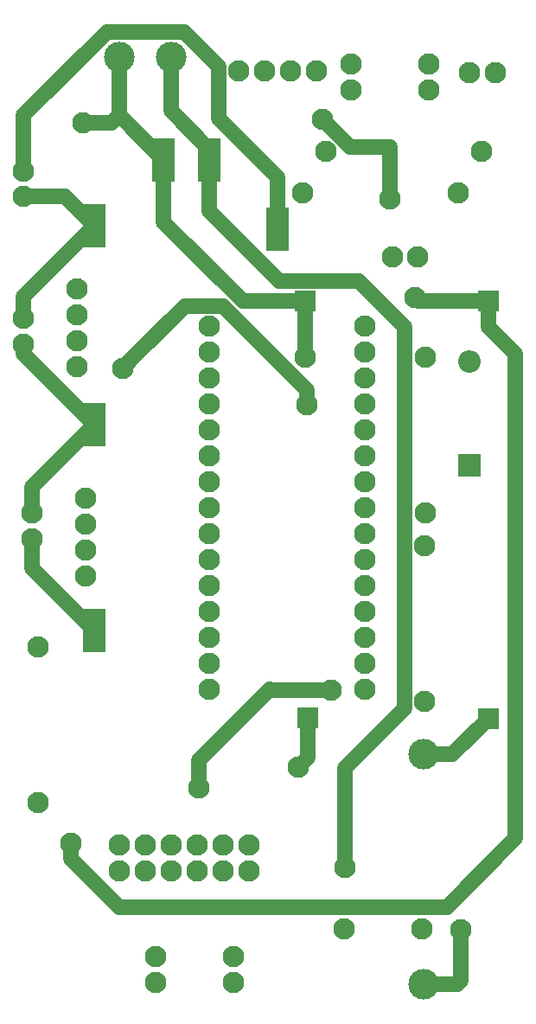
<source format=gbr>
G04 #@! TF.GenerationSoftware,KiCad,Pcbnew,(5.1.4)-1*
G04 #@! TF.CreationDate,2021-02-26T16:34:43-05:00*
G04 #@! TF.ProjectId,compactacion,636f6d70-6163-4746-9163-696f6e2e6b69,rev?*
G04 #@! TF.SameCoordinates,Original*
G04 #@! TF.FileFunction,Copper,L2,Bot*
G04 #@! TF.FilePolarity,Positive*
%FSLAX46Y46*%
G04 Gerber Fmt 4.6, Leading zero omitted, Abs format (unit mm)*
G04 Created by KiCad (PCBNEW (5.1.4)-1) date 2021-02-26 16:34:43*
%MOMM*%
%LPD*%
G04 APERTURE LIST*
%ADD10C,2.100000*%
%ADD11R,2.200000X2.200000*%
%ADD12O,2.200000X2.200000*%
%ADD13C,3.000000*%
%ADD14R,2.000000X2.000000*%
%ADD15R,2.200000X4.200000*%
%ADD16C,1.500000*%
G04 APERTURE END LIST*
D10*
X25200000Y92400000D03*
X27740000Y92400000D03*
X30280000Y92400000D03*
X32820000Y92400000D03*
X17000000Y5700000D03*
X24620000Y3160000D03*
X17000000Y3160000D03*
X24620000Y5700000D03*
X10200000Y50570000D03*
X10200000Y48030000D03*
X10200000Y45490000D03*
X10200000Y42950000D03*
X9350000Y71050000D03*
X9350000Y68510000D03*
X9350000Y65970000D03*
X9350000Y63430000D03*
X22250000Y67400000D03*
X37490000Y34380000D03*
X22250000Y64860000D03*
X37490000Y36920000D03*
X22250000Y62320000D03*
X37490000Y39460000D03*
X22250000Y59780000D03*
X37490000Y42000000D03*
X22250000Y57240000D03*
X37490000Y44540000D03*
X22250000Y54700000D03*
X37490000Y47080000D03*
X22250000Y52160000D03*
X37490000Y49620000D03*
X22250000Y49620000D03*
X37490000Y52160000D03*
X22250000Y47080000D03*
X37490000Y54700000D03*
X22250000Y44540000D03*
X37490000Y57240000D03*
X22250000Y42000000D03*
X37490000Y59780000D03*
X22250000Y39460000D03*
X37490000Y62320000D03*
X22250000Y36920000D03*
X37490000Y64860000D03*
X22250000Y34380000D03*
X37490000Y67400000D03*
X22250000Y31840000D03*
X37490000Y31840000D03*
D11*
X47750000Y53800000D03*
D12*
X47750000Y63960000D03*
D10*
X47800000Y92250000D03*
X50340000Y92250000D03*
D13*
X43250000Y25500000D03*
X43250000Y3000000D03*
X18550000Y93800000D03*
X13470000Y93800000D03*
D10*
X4100000Y80100000D03*
X4100000Y82600000D03*
X4100000Y65700000D03*
X4100000Y68200000D03*
X4950000Y49150000D03*
X4950000Y46650000D03*
X42700000Y74250000D03*
X40200000Y74250000D03*
X26150000Y16600000D03*
X26150000Y14060000D03*
X23610000Y16600000D03*
X23610000Y14060000D03*
X21070000Y16600000D03*
X21070000Y14060000D03*
X18530000Y16600000D03*
X18530000Y14060000D03*
X15990000Y16600000D03*
X15990000Y14060000D03*
X13450000Y16600000D03*
X13450000Y14060000D03*
X43400000Y30700000D03*
X43400000Y45940000D03*
X43450000Y64390000D03*
X43450000Y49150000D03*
X33700000Y84500000D03*
X48940000Y84500000D03*
X5550000Y36000000D03*
X5550000Y20760000D03*
X46690000Y80450000D03*
X31450000Y80450000D03*
X35500000Y8400000D03*
X43120000Y8400000D03*
D14*
X49622240Y29032840D03*
X31913360Y29088720D03*
X31659360Y69876040D03*
X49678120Y69886200D03*
D15*
X28974600Y76913560D03*
X22311720Y83733880D03*
X17811720Y83733880D03*
X11037120Y77242600D03*
X11037120Y57798760D03*
X11032040Y37607480D03*
D10*
X43770000Y93100000D03*
X36150000Y90560000D03*
X43770000Y90560000D03*
X36150000Y93100000D03*
X31000000Y24250000D03*
X9900000Y87350000D03*
X31650000Y64400000D03*
X13800000Y63300000D03*
X31850000Y59700000D03*
X8700000Y16800000D03*
X42450000Y70200000D03*
X34200000Y31800000D03*
X21300000Y22200000D03*
X46900000Y8350000D03*
X35550000Y14400000D03*
X33400000Y87650000D03*
X39950000Y79850000D03*
D16*
X13470000Y88075600D02*
X17811720Y83733880D01*
X13470000Y93800000D02*
X13470000Y88075600D01*
X31659360Y64409360D02*
X31650000Y64400000D01*
X31659360Y69876040D02*
X31659360Y64409360D01*
X17811720Y83733880D02*
X17811720Y78238280D01*
X12744400Y87350000D02*
X13470000Y88075600D01*
X9900000Y87350000D02*
X12744400Y87350000D01*
X17811720Y77627380D02*
X17811720Y78238280D01*
X25563060Y69876040D02*
X17811720Y77627380D01*
X31659360Y69876040D02*
X25563060Y69876040D01*
X31913360Y25163360D02*
X31000000Y24250000D01*
X31913360Y29088720D02*
X31913360Y25163360D01*
X14849999Y64349999D02*
X13800000Y63300000D01*
X19900001Y69400001D02*
X14849999Y64349999D01*
X23634923Y69400001D02*
X19900001Y69400001D01*
X31850000Y61184924D02*
X23634923Y69400001D01*
X31850000Y59700000D02*
X31850000Y61184924D01*
X42763800Y69886200D02*
X42450000Y70200000D01*
X49678120Y69886200D02*
X42763800Y69886200D01*
X49678120Y67386200D02*
X52300000Y64764320D01*
X49678120Y69886200D02*
X49678120Y67386200D01*
X52300000Y64764320D02*
X52300000Y17300000D01*
X52300000Y17300000D02*
X45550000Y10550000D01*
X13465076Y10550000D02*
X30300000Y10550000D01*
X8700000Y15315076D02*
X13465076Y10550000D01*
X8700000Y16800000D02*
X8700000Y15315076D01*
X45550000Y10550000D02*
X30300000Y10550000D01*
X30300000Y10550000D02*
X27350002Y10550000D01*
X21300000Y22200000D02*
X21300000Y24950000D01*
X21300000Y24950000D02*
X28190000Y31840000D01*
X28230000Y31800000D02*
X34200000Y31800000D01*
X28190000Y31840000D02*
X28230000Y31800000D01*
X46089400Y25500000D02*
X49622240Y29032840D01*
X43250000Y25500000D02*
X46089400Y25500000D01*
X43120000Y3130000D02*
X43250000Y3000000D01*
X43250000Y3000000D02*
X46550000Y3000000D01*
X46900000Y3350000D02*
X46900000Y8350000D01*
X46550000Y3000000D02*
X46900000Y3350000D01*
X22311720Y84733880D02*
X22311720Y83733880D01*
X18550000Y88495600D02*
X22311720Y84733880D01*
X18550000Y93800000D02*
X18550000Y88495600D01*
X22311720Y83733880D02*
X22311720Y82733880D01*
X29152117Y71826041D02*
X36923959Y71826041D01*
X22311720Y83733880D02*
X22311720Y78666438D01*
X22311720Y78666438D02*
X29152117Y71826041D01*
X36923959Y71826041D02*
X41400000Y67350000D01*
X41400000Y67350000D02*
X41400000Y30000000D01*
X35550000Y24150000D02*
X35550000Y14400000D01*
X41400000Y30000000D02*
X35550000Y24150000D01*
X8179720Y80100000D02*
X11037120Y77242600D01*
X4100000Y80100000D02*
X8179720Y80100000D01*
X4100000Y70305480D02*
X11037120Y77242600D01*
X4100000Y68200000D02*
X4100000Y70305480D01*
X28974600Y80513560D02*
X28974600Y76913560D01*
X28974600Y81981002D02*
X28974600Y80513560D01*
X23199999Y87755603D02*
X28974600Y81981002D01*
X23199999Y92850001D02*
X23199999Y87755603D01*
X19799999Y96250001D02*
X23199999Y92850001D01*
X12293999Y96250001D02*
X19799999Y96250001D01*
X4100000Y88056002D02*
X12293999Y96250001D01*
X4100000Y82600000D02*
X4100000Y88056002D01*
X4100000Y64735880D02*
X11037120Y57798760D01*
X4100000Y65700000D02*
X4100000Y64735880D01*
X4950000Y51711640D02*
X11037120Y57798760D01*
X4950000Y49150000D02*
X4950000Y51711640D01*
X4950000Y43689520D02*
X11032040Y37607480D01*
X4950000Y46650000D02*
X4950000Y43689520D01*
X39950000Y79850000D02*
X39950000Y84950000D01*
X36100000Y84950000D02*
X33400000Y87650000D01*
X39950000Y84950000D02*
X36100000Y84950000D01*
M02*

</source>
